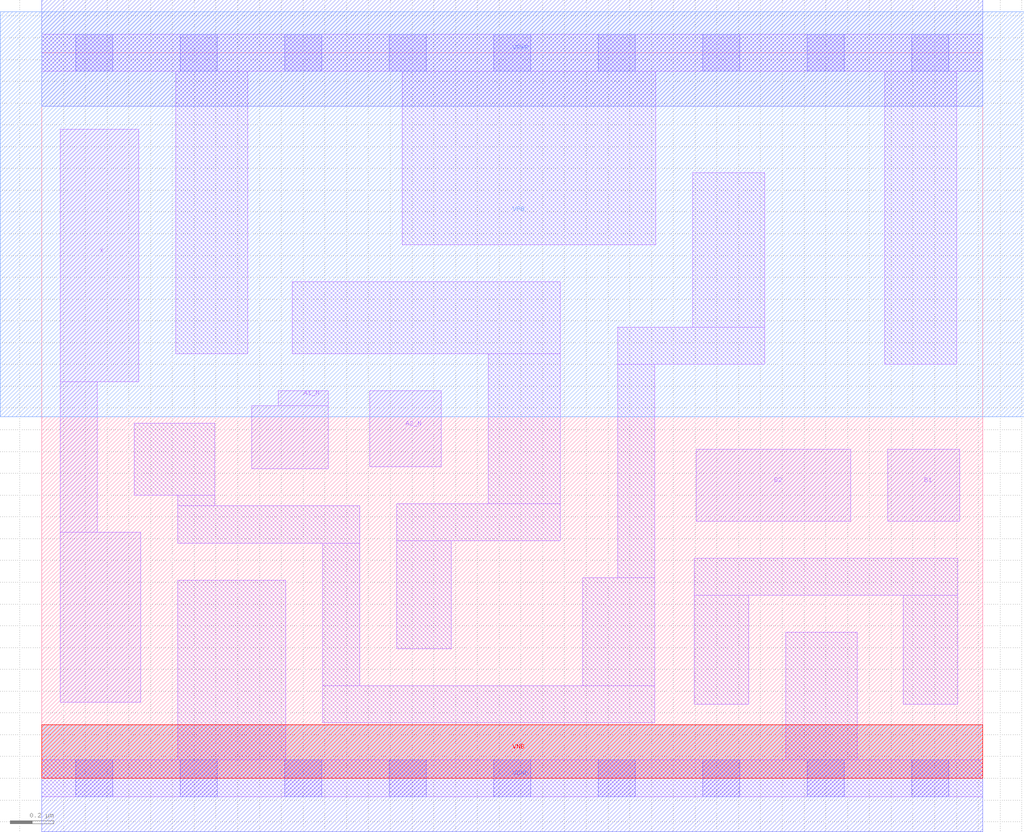
<source format=lef>
# Copyright 2020 The SkyWater PDK Authors
#
# Licensed under the Apache License, Version 2.0 (the "License");
# you may not use this file except in compliance with the License.
# You may obtain a copy of the License at
#
#     https://www.apache.org/licenses/LICENSE-2.0
#
# Unless required by applicable law or agreed to in writing, software
# distributed under the License is distributed on an "AS IS" BASIS,
# WITHOUT WARRANTIES OR CONDITIONS OF ANY KIND, either express or implied.
# See the License for the specific language governing permissions and
# limitations under the License.
#
# SPDX-License-Identifier: Apache-2.0

VERSION 5.7 ;
  NOWIREEXTENSIONATPIN ON ;
  DIVIDERCHAR "/" ;
  BUSBITCHARS "[]" ;
MACRO sky130_fd_sc_ls__o2bb2a_1
  CLASS CORE ;
  FOREIGN sky130_fd_sc_ls__o2bb2a_1 ;
  ORIGIN  0.000000  0.000000 ;
  SIZE  4.320000 BY  3.330000 ;
  SYMMETRY X Y ;
  SITE unit ;
  PIN A1_N
    ANTENNAGATEAREA  0.222000 ;
    DIRECTION INPUT ;
    USE SIGNAL ;
    PORT
      LAYER li1 ;
        RECT 0.965000 1.420000 1.315000 1.710000 ;
        RECT 1.085000 1.710000 1.315000 1.780000 ;
    END
  END A1_N
  PIN A2_N
    ANTENNAGATEAREA  0.222000 ;
    DIRECTION INPUT ;
    USE SIGNAL ;
    PORT
      LAYER li1 ;
        RECT 1.505000 1.430000 1.835000 1.780000 ;
    END
  END A2_N
  PIN B1
    ANTENNAGATEAREA  0.246000 ;
    DIRECTION INPUT ;
    USE SIGNAL ;
    PORT
      LAYER li1 ;
        RECT 3.885000 1.180000 4.215000 1.510000 ;
    END
  END B1
  PIN B2
    ANTENNAGATEAREA  0.246000 ;
    DIRECTION INPUT ;
    USE SIGNAL ;
    PORT
      LAYER li1 ;
        RECT 3.005000 1.180000 3.715000 1.510000 ;
    END
  END B2
  PIN VNB
    PORT
      LAYER pwell ;
        RECT 0.000000 0.000000 4.320000 0.245000 ;
    END
  END VNB
  PIN VPB
    PORT
      LAYER nwell ;
        RECT -0.190000 1.660000 4.510000 3.520000 ;
    END
  END VPB
  PIN X
    ANTENNADIFFAREA  0.541300 ;
    DIRECTION OUTPUT ;
    USE SIGNAL ;
    PORT
      LAYER li1 ;
        RECT 0.085000 0.350000 0.455000 1.130000 ;
        RECT 0.085000 1.130000 0.255000 1.820000 ;
        RECT 0.085000 1.820000 0.445000 2.980000 ;
    END
  END X
  PIN VGND
    DIRECTION INOUT ;
    SHAPE ABUTMENT ;
    USE GROUND ;
    PORT
      LAYER met1 ;
        RECT 0.000000 -0.245000 4.320000 0.245000 ;
    END
  END VGND
  PIN VPWR
    DIRECTION INOUT ;
    SHAPE ABUTMENT ;
    USE POWER ;
    PORT
      LAYER met1 ;
        RECT 0.000000 3.085000 4.320000 3.575000 ;
    END
  END VPWR
  OBS
    LAYER li1 ;
      RECT 0.000000 -0.085000 4.320000 0.085000 ;
      RECT 0.000000  3.245000 4.320000 3.415000 ;
      RECT 0.425000  1.300000 0.795000 1.630000 ;
      RECT 0.615000  1.950000 0.945000 3.245000 ;
      RECT 0.625000  0.085000 1.120000 0.910000 ;
      RECT 0.625000  1.080000 1.460000 1.250000 ;
      RECT 0.625000  1.250000 0.795000 1.300000 ;
      RECT 1.150000  1.950000 2.380000 2.280000 ;
      RECT 1.290000  0.255000 2.815000 0.425000 ;
      RECT 1.290000  0.425000 1.460000 1.080000 ;
      RECT 1.630000  0.595000 1.880000 1.090000 ;
      RECT 1.630000  1.090000 2.380000 1.260000 ;
      RECT 1.655000  2.450000 2.820000 3.245000 ;
      RECT 2.050000  1.260000 2.380000 1.950000 ;
      RECT 2.485000  0.425000 2.815000 0.920000 ;
      RECT 2.645000  0.920000 2.815000 1.900000 ;
      RECT 2.645000  1.900000 3.320000 2.070000 ;
      RECT 2.990000  2.070000 3.320000 2.780000 ;
      RECT 2.995000  0.340000 3.245000 0.840000 ;
      RECT 2.995000  0.840000 4.205000 1.010000 ;
      RECT 3.415000  0.085000 3.745000 0.670000 ;
      RECT 3.870000  1.900000 4.200000 3.245000 ;
      RECT 3.955000  0.340000 4.205000 0.840000 ;
    LAYER mcon ;
      RECT 0.155000 -0.085000 0.325000 0.085000 ;
      RECT 0.155000  3.245000 0.325000 3.415000 ;
      RECT 0.635000 -0.085000 0.805000 0.085000 ;
      RECT 0.635000  3.245000 0.805000 3.415000 ;
      RECT 1.115000 -0.085000 1.285000 0.085000 ;
      RECT 1.115000  3.245000 1.285000 3.415000 ;
      RECT 1.595000 -0.085000 1.765000 0.085000 ;
      RECT 1.595000  3.245000 1.765000 3.415000 ;
      RECT 2.075000 -0.085000 2.245000 0.085000 ;
      RECT 2.075000  3.245000 2.245000 3.415000 ;
      RECT 2.555000 -0.085000 2.725000 0.085000 ;
      RECT 2.555000  3.245000 2.725000 3.415000 ;
      RECT 3.035000 -0.085000 3.205000 0.085000 ;
      RECT 3.035000  3.245000 3.205000 3.415000 ;
      RECT 3.515000 -0.085000 3.685000 0.085000 ;
      RECT 3.515000  3.245000 3.685000 3.415000 ;
      RECT 3.995000 -0.085000 4.165000 0.085000 ;
      RECT 3.995000  3.245000 4.165000 3.415000 ;
  END
END sky130_fd_sc_ls__o2bb2a_1
END LIBRARY

</source>
